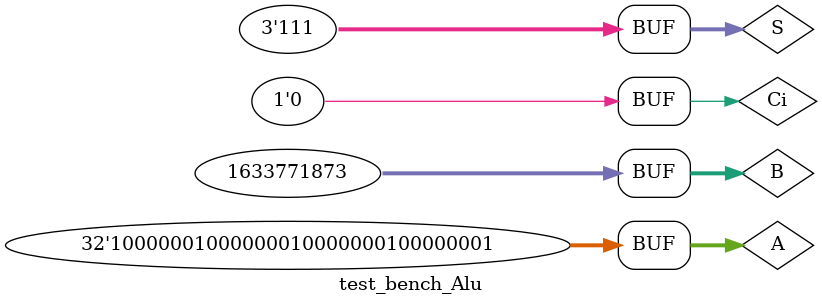
<source format=v>
`define DELAY 20
module test_bench_Alu();
	
	reg [31:0]A,B;
	reg Ci;
	reg [2:0]S;
	wire[31:0]F;
	wire Co;
	alu_32_bit ahmet (A,B,S[0],S[1],S[2],Ci,F,Co);
initial begin
	A = 32'b00000001000000010000000100000001;
	B = 32'b01100001011000010110000101100001; 
	Ci=1'b0; 
	S=3'b000;
	$monitor("time = %2d, A =%32b, B=%32b, A+B=%32b,S=%3b",$time, A, B,F,S);
#`DELAY;
	A = 32'b00000001000000010000000100000001;
	B = 32'b01100001011000010110000101100001; 
	Ci=1'b0; 
	S=3'b001;
	$monitor("time = %2d, A =%32b, B=%32b, A XOR B=%32b,S=%3b",$time, A, B,F,S);
#`DELAY;
	A = 32'b10000001000000010000000100000001;
	B = 32'b01100001011000010110000101100001; 
	Ci=1'b1; 
	S=3'b010;
	$monitor("time = %2d, A =%32b, B=%32b, A-B=%32b,S=%3b",$time, A, B,F,S);
#`DELAY;
	A = 32'b10000001000000010000000100000001;
	B = 32'b01100001011000010110000101100001; 
	Ci=1'b0; 
	S=3'b100;
	$monitor("time = %2d, A =%32b, B=%32b, A>B=%32b,S=%3b",$time, A, B,F,S);
#`DELAY;
	A = 32'b10000001000000010000000100000001;
	B = 32'b01100001011000010110000101100001; 
	Ci=1'b0; 
	S=3'b101;
	$monitor("time = %2d, A =%32b, B=%32b, A NOR B=%32b,S=%3b",$time, A, B,F,S);
#`DELAY;
	A = 32'b10000001000000010000000100000001;
	B = 32'b01100001011000010110000101100001; 
	Ci=1'b0; 
	S=3'b111;
	$monitor("time = %2d, A =%32b, B=%32b, A OR B=%32b,S=%3b",$time, A, B,F,S);
end
endmodule
</source>
